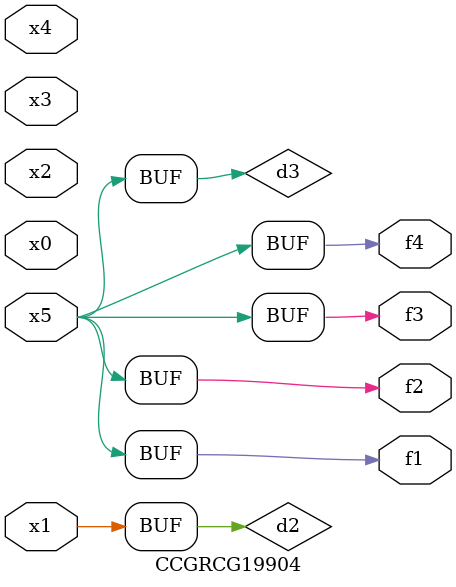
<source format=v>
module CCGRCG19904(
	input x0, x1, x2, x3, x4, x5,
	output f1, f2, f3, f4
);

	wire d1, d2, d3;

	not (d1, x5);
	or (d2, x1);
	xnor (d3, d1);
	assign f1 = d3;
	assign f2 = d3;
	assign f3 = d3;
	assign f4 = d3;
endmodule

</source>
